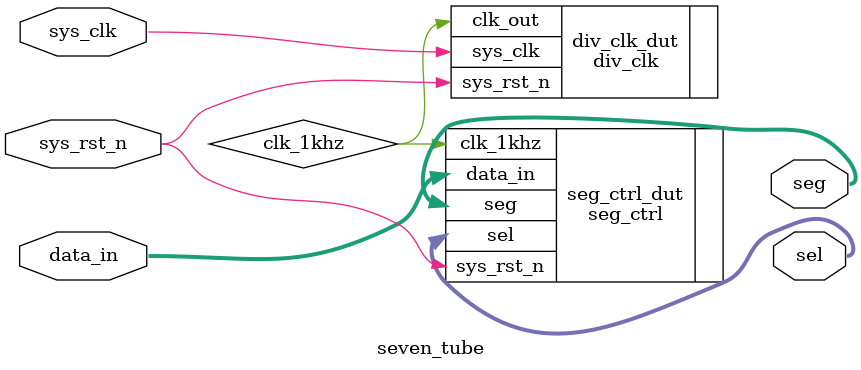
<source format=v>
module seven_tube(
	input						sys_clk,
	input						sys_rst_n,
	input			[23:0]		data_in,
	
	output		[2:0]		sel,
	output		[7:0]		seg
);

	wire						clk_1khz;

	div_clk div_clk_dut(
		.sys_clk				(sys_clk),
		.sys_rst_n			(sys_rst_n),
		
		.clk_out				(clk_1khz)
	);
	
	seg_ctrl seg_ctrl_dut(
		.clk_1khz			(clk_1khz),
		.sys_rst_n			(sys_rst_n),
		.data_in				(data_in),
		
		.sel					(sel),
		.seg					(seg)
	);

endmodule

</source>
